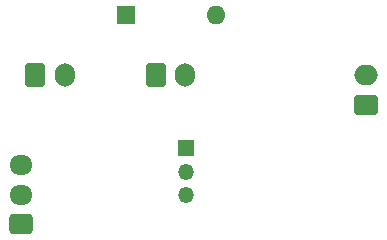
<source format=gbr>
%TF.GenerationSoftware,KiCad,Pcbnew,7.0.8-7.0.8~ubuntu22.04.1*%
%TF.CreationDate,2023-10-16T16:43:54-07:00*%
%TF.ProjectId,SolenoidDriver,536f6c65-6e6f-4696-9444-72697665722e,rev?*%
%TF.SameCoordinates,Original*%
%TF.FileFunction,Soldermask,Bot*%
%TF.FilePolarity,Negative*%
%FSLAX46Y46*%
G04 Gerber Fmt 4.6, Leading zero omitted, Abs format (unit mm)*
G04 Created by KiCad (PCBNEW 7.0.8-7.0.8~ubuntu22.04.1) date 2023-10-16 16:43:54*
%MOMM*%
%LPD*%
G01*
G04 APERTURE LIST*
G04 Aperture macros list*
%AMRoundRect*
0 Rectangle with rounded corners*
0 $1 Rounding radius*
0 $2 $3 $4 $5 $6 $7 $8 $9 X,Y pos of 4 corners*
0 Add a 4 corners polygon primitive as box body*
4,1,4,$2,$3,$4,$5,$6,$7,$8,$9,$2,$3,0*
0 Add four circle primitives for the rounded corners*
1,1,$1+$1,$2,$3*
1,1,$1+$1,$4,$5*
1,1,$1+$1,$6,$7*
1,1,$1+$1,$8,$9*
0 Add four rect primitives between the rounded corners*
20,1,$1+$1,$2,$3,$4,$5,0*
20,1,$1+$1,$4,$5,$6,$7,0*
20,1,$1+$1,$6,$7,$8,$9,0*
20,1,$1+$1,$8,$9,$2,$3,0*%
G04 Aperture macros list end*
%ADD10RoundRect,0.250000X0.725000X-0.600000X0.725000X0.600000X-0.725000X0.600000X-0.725000X-0.600000X0*%
%ADD11O,1.950000X1.700000*%
%ADD12RoundRect,0.250000X0.750000X-0.600000X0.750000X0.600000X-0.750000X0.600000X-0.750000X-0.600000X0*%
%ADD13O,2.000000X1.700000*%
%ADD14RoundRect,0.250000X-0.600000X-0.750000X0.600000X-0.750000X0.600000X0.750000X-0.600000X0.750000X0*%
%ADD15O,1.700000X2.000000*%
%ADD16O,1.350000X1.350000*%
%ADD17R,1.350000X1.350000*%
%ADD18R,1.600000X1.600000*%
%ADD19O,1.600000X1.600000*%
G04 APERTURE END LIST*
D10*
%TO.C,J1*%
X96520000Y-47450000D03*
D11*
X96520000Y-44950000D03*
X96520000Y-42450000D03*
%TD*%
D12*
%TO.C,J4*%
X125730000Y-37330000D03*
D13*
X125730000Y-34830000D03*
%TD*%
D14*
%TO.C,J3*%
X97770000Y-34830000D03*
D15*
X100270000Y-34830000D03*
%TD*%
D14*
%TO.C,J2*%
X107950000Y-34830000D03*
D15*
X110450000Y-34830000D03*
%TD*%
D16*
%TO.C,Q1*%
X110490000Y-44990000D03*
X110490000Y-42990000D03*
D17*
X110490000Y-40990000D03*
%TD*%
D18*
%TO.C,D1*%
X105410000Y-29750000D03*
D19*
X113030000Y-29750000D03*
%TD*%
M02*

</source>
